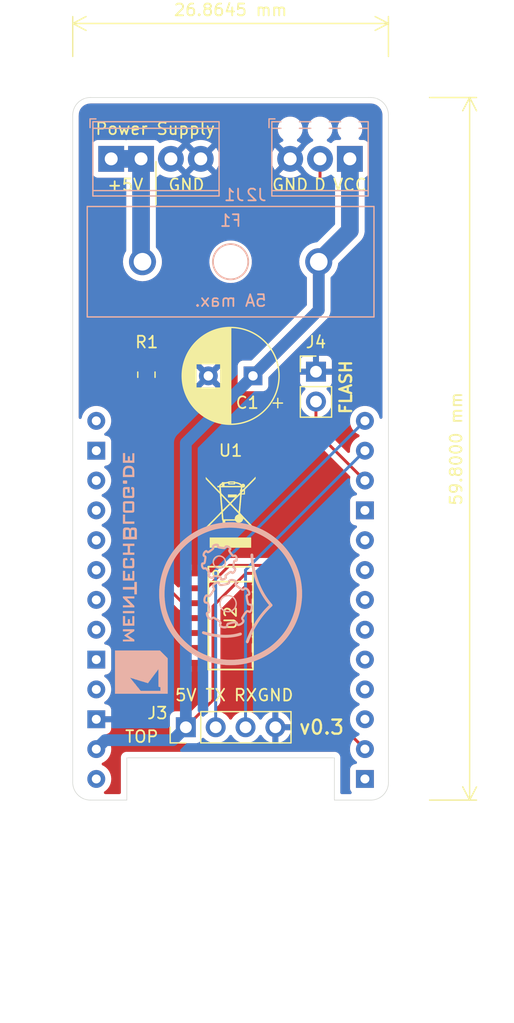
<source format=kicad_pcb>
(kicad_pcb (version 20211014) (generator pcbnew)
  (title_block (title "WS2812-Controller Ethernet") (date "2022-01-30") (rev "0.3") (company "haus-automatisierung.com") (comment 1 "Matthias Kleine"))
  (layers (0 "F.Cu" signal) (31 "B.Cu" signal) (34 "B.Paste" user) (35 "F.Paste" user) (36 "B.SilkS" user "B.Silkscreen") (37 "F.SilkS" user "F.Silkscreen") (38 "B.Mask" user) (39 "F.Mask" user) (44 "Edge.Cuts" user))
  (net 0 "")
  (net 1 "+5V")
  (net 2 "GND")
  (net 3 "GPIO2")
  (net 4 "/TX")
  (net 5 "/RX")
  (net 6 "/SUPPLY")
  (net 7 "IO0")
  (net 8 "DATA")
  (net 9 "Net-(J2-Pad2)")
  (footprint "Capacitor_THT:CP_Radial_D8.0mm_P3.80mm" (layer "F.Cu") (at 148.465001 75.692 180)
    (fp_text reference "C1" (at 0.484601 -2.286) (layer "F.SilkS"))
    (fp_text value "CP")
    (pad "1" thru_hole rect locked (at 0 0 180) (size 1.6 1.6) (drill 0.8) (layers *.Cu *.Mask) (net 1 "+5V"))
    (pad "2" thru_hole circle locked (at 3.8 0 180) (size 1.6 1.6) (drill 0.8) (layers *.Cu *.Mask) (net 2 "GND"))
  )
  (footprint "haus-automatisierung:WT32_ETH01" (layer "F.Cu") (at 147.266121 75.730321)
    (fp_text reference "U1" (at -0.70612 6.31952) (layer "F.SilkS"))
    (fp_text value "WT32_ETH01")
    (pad "1" thru_hole circle locked (at -12.13612 3.78968) (size 1.524 1.524) (drill 0.762) (layers *.Cu *.Mask))
    (pad "2" thru_hole rect locked (at -12.13612 6.32968) (size 1.524 1.524) (drill 0.762) (layers *.Cu *.Mask))
    (pad "3" thru_hole circle locked (at -12.13612 8.86968) (size 1.524 1.524) (drill 0.762) (layers *.Cu *.Mask))
    (pad "4" thru_hole circle locked (at -12.13612 11.40968) (size 1.524 1.524) (drill 0.762) (layers *.Cu *.Mask))
    (pad "5" thru_hole circle locked (at -12.13612 13.94968) (size 1.524 1.524) (drill 0.762) (layers *.Cu *.Mask))
    (pad "6" thru_hole circle locked (at -12.13612 16.48968) (size 1.524 1.524) (drill 0.762) (layers *.Cu *.Mask))
    (pad "7" thru_hole circle locked (at -12.13612 19.02968) (size 1.524 1.524) (drill 0.762) (layers *.Cu *.Mask))
    (pad "8" thru_hole circle locked (at -12.13612 21.56968) (size 1.524 1.524) (drill 0.762) (layers *.Cu *.Mask))
    (pad "9" thru_hole rect locked (at -12.13612 24.10968) (size 1.524 1.524) (drill 0.762) (layers *.Cu *.Mask))
    (pad "10" thru_hole circle locked (at -12.13612 26.64968) (size 1.524 1.524) (drill 0.762) (layers *.Cu *.Mask))
    (pad "11" thru_hole rect locked (at -12.13612 29.18968) (size 1.524 1.524) (drill 0.762) (layers *.Cu *.Mask) (net 2 "GND"))
    (pad "12" thru_hole circle locked (at -12.13612 31.72968) (size 1.524 1.524) (drill 0.762) (layers *.Cu *.Mask) (net 1 "+5V"))
    (pad "13" thru_hole circle locked (at -12.13612 34.26968) (size 1.524 1.524) (drill 0.762) (layers *.Cu *.Mask))
    (pad "14" thru_hole circle locked (at 10.72388 3.78968) (size 1.524 1.524) (drill 0.762) (layers *.Cu *.Mask) (net 4 "/TX"))
    (pad "15" thru_hole circle locked (at 10.72388 6.32968) (size 1.524 1.524) (drill 0.762) (layers *.Cu *.Mask) (net 5 "/RX"))
    (pad "16" thru_hole circle locked (at 10.72388 8.86968) (size 1.524 1.524) (drill 0.762) (layers *.Cu *.Mask) (net 7 "IO0"))
    (pad "17" thru_hole rect locked (at 10.72388 11.40968) (size 1.524 1.524) (drill 0.762) (layers *.Cu *.Mask))
    (pad "18" thru_hole circle locked (at 10.72388 13.94968) (size 1.524 1.524) (drill 0.762) (layers *.Cu *.Mask))
    (pad "19" thru_hole circle locked (at 10.72388 16.48968) (size 1.524 1.524) (drill 0.762) (layers *.Cu *.Mask))
    (pad "20" thru_hole circle locked (at 10.72388 19.02968) (size 1.524 1.524) (drill 0.762) (layers *.Cu *.Mask))
    (pad "21" thru_hole circle locked (at 10.72388 21.56968) (size 1.524 1.524) (drill 0.762) (layers *.Cu *.Mask))
    (pad "22" thru_hole circle locked (at 10.72388 24.10968) (size 1.524 1.524) (drill 0.762) (layers *.Cu *.Mask))
    (pad "23" thru_hole circle locked (at 10.72388 26.64968) (size 1.524 1.524) (drill 0.762) (layers *.Cu *.Mask))
    (pad "24" thru_hole circle locked (at 10.72388 29.18968) (size 1.524 1.524) (drill 0.762) (layers *.Cu *.Mask))
    (pad "25" thru_hole circle locked (at 10.72388 31.72968) (size 1.524 1.524) (drill 0.762) (layers *.Cu *.Mask) (net 3 "GPIO2"))
    (pad "26" thru_hole rect locked (at 10.72388 34.26968) (size 1.524 1.524) (drill 0.762) (layers *.Cu *.Mask))
  )
  (footprint "Connector_PinHeader_2.54mm:PinHeader_1x04_P2.54mm_Vertical" (layer "F.Cu") (at 142.750001 105.6 90)
    (fp_text reference "J3" (at 1.206 -2.415001) (layer "F.SilkS"))
    (fp_text value "Conn_01x04_Male")
    (pad "1" thru_hole rect locked (at 0 0 90) (size 1.7 1.7) (drill 1) (layers *.Cu *.Mask) (net 1 "+5V"))
    (pad "2" thru_hole oval locked (at 0 2.54 90) (size 1.7 1.7) (drill 1) (layers *.Cu *.Mask) (net 4 "/TX"))
    (pad "3" thru_hole oval locked (at 0 5.08 90) (size 1.7 1.7) (drill 1) (layers *.Cu *.Mask) (net 5 "/RX"))
    (pad "4" thru_hole oval locked (at 0 7.62 90) (size 1.7 1.7) (drill 1) (layers *.Cu *.Mask) (net 2 "GND"))
  )
  (footprint "Resistor_SMD:R_0805_2012Metric_Pad1.20x1.40mm_HandSolder" (layer "F.Cu") (at 139.3952 75.5904 -90)
    (fp_text reference "R1" (at -2.7686 -0.0254) (layer "F.SilkS"))
    (fp_text value "R")
    (pad "1" smd roundrect locked (at -1 0 270) (size 1.2 1.4) (layers "F.Cu" "F.Paste" "F.Mask") (roundrect_rratio 0.2083325) (net 9 "Net-(J2-Pad2)"))
    (pad "2" smd roundrect locked (at 1 0 270) (size 1.2 1.4) (layers "F.Cu" "F.Paste" "F.Mask") (roundrect_rratio 0.2083325) (net 8 "DATA"))
  )
  (footprint "Symbol:WEEE-Logo_4.2x6mm_SilkScreen" (layer "F.Cu") (at 146.560001 87.2998)
    (fp_text reference "REF**" hide)
    (fp_text value "WEEE-Logo_4.2x6mm_SilkScreen" hide)
  )
  (footprint "Connector_PinHeader_2.54mm:PinHeader_1x02_P2.54mm_Vertical" (layer "F.Cu") (at 153.8224 75.3364)
    (fp_text reference "J4" (at 0 -2.5146) (layer "F.SilkS"))
    (fp_text value "Conn_01x02_Male")
    (pad "1" thru_hole rect locked (at 0 0) (size 1.7 1.7) (drill 1) (layers *.Cu *.Mask) (net 2 "GND"))
    (pad "2" thru_hole oval locked (at 0 2.54) (size 1.7 1.7) (drill 1) (layers *.Cu *.Mask) (net 7 "IO0"))
  )
  (footprint "haus-automatisierung:SN74AHCT125D" (layer "F.Cu") (at 146.560001 90.5002)
    (fp_text reference "U2" (at 0 5.81 90) (layer "F.SilkS"))
    (fp_text value "SN74AHCT125")
    (pad "1" smd rect locked (at -3.05 2) (size 1.5 0.5) (layers "F.Cu" "F.Paste" "F.Mask") (net 2 "GND"))
    (pad "2" smd rect locked (at -3.05 3.27) (size 1.5 0.5) (layers "F.Cu" "F.Paste" "F.Mask") (net 3 "GPIO2"))
    (pad "3" smd rect locked (at -3.05 4.54) (size 1.5 0.5) (layers "F.Cu" "F.Paste" "F.Mask") (net 8 "DATA"))
    (pad "4" smd rect locked (at -3.05 5.81) (size 1.5 0.5) (layers "F.Cu" "F.Paste" "F.Mask") (net 2 "GND"))
    (pad "5" smd rect locked (at -3.05 7.08) (size 1.5 0.5) (layers "F.Cu" "F.Paste" "F.Mask"))
    (pad "6" smd rect locked (at -3.05 8.35) (size 1.5 0.5) (layers "F.Cu" "F.Paste" "F.Mask"))
    (pad "7" smd rect locked (at -3.05 9.62) (size 1.5 0.5) (layers "F.Cu" "F.Paste" "F.Mask") (net 2 "GND"))
    (pad "8" smd rect locked (at 3.05 9.62) (size 1.5 0.5) (layers "F.Cu" "F.Paste" "F.Mask"))
    (pad "9" smd rect locked (at 3.05 8.35) (size 1.5 0.5) (layers "F.Cu" "F.Paste" "F.Mask"))
    (pad "10" smd rect locked (at 3.05 7.08) (size 1.5 0.5) (layers "F.Cu" "F.Paste" "F.Mask") (net 2 "GND"))
    (pad "11" smd rect locked (at 3.05 5.81) (size 1.5 0.5) (layers "F.Cu" "F.Paste" "F.Mask"))
    (pad "12" smd rect locked (at 3.05 4.54) (size 1.5 0.5) (layers "F.Cu" "F.Paste" "F.Mask"))
    (pad "13" smd rect locked (at 3.05 3.27) (size 1.5 0.5) (layers "F.Cu" "F.Paste" "F.Mask") (net 2 "GND"))
    (pad "14" smd rect locked (at 3.05 2) (size 1.5 0.5) (layers "F.Cu" "F.Paste" "F.Mask") (net 1 "+5V"))
  )
  (footprint "TerminalBlock_Phoenix:TerminalBlock_Phoenix_MPT-0,5-4-2.54_1x04_P2.54mm_Horizontal" (layer "B.Cu") (at 136.3995 57.221)
    (fp_text reference "J1" (at 10.4633 3.0786) (layer "B.SilkS") (effects (justify mirror)))
    (fp_text value "Conn_01x04_Male")
    (pad "1" thru_hole rect locked (at 0 0) (size 2.2 2.2) (drill 1.1) (layers *.Cu *.Mask) (net 6 "/SUPPLY"))
    (pad "2" thru_hole rect locked (at 2.54 0) (size 2.2 2.2) (drill 1.1) (layers *.Cu *.Mask) (net 6 "/SUPPLY"))
    (pad "3" thru_hole circle locked (at 5.08 0) (size 2.2 2.2) (drill 1.1) (layers *.Cu *.Mask) (net 2 "GND"))
    (pad "4" thru_hole circle locked (at 7.62 0) (size 2.2 2.2) (drill 1.1) (layers *.Cu *.Mask) (net 2 "GND"))
  )
  (footprint "TerminalBlock_Phoenix:TerminalBlock_Phoenix_MPT-0,5-3-2.54_1x03_P2.54mm_Horizontal" (layer "B.Cu") (at 151.6285 57.221)
    (fp_text reference "J2" (at -2.8861 3.0786) (layer "B.SilkS") (effects (justify mirror)))
    (fp_text value "Conn_01x03_Male")
    (pad "" np_thru_hole circle locked (at 5.08 -2.54) (size 1.1 1.1) (drill 1.1) (layers *.Cu *.Mask))
    (pad "" np_thru_hole circle locked (at 2.54 -2.54) (size 1.1 1.1) (drill 1.1) (layers *.Cu *.Mask))
    (pad "" np_thru_hole circle locked (at 0 -2.54) (size 1.1 1.1) (drill 1.1) (layers *.Cu *.Mask))
    (pad "1" thru_hole circle locked (at 0 0) (size 2.2 2.2) (drill 1.1) (layers *.Cu *.Mask) (net 2 "GND"))
    (pad "2" thru_hole circle locked (at 2.54 0) (size 2.2 2.2) (drill 1.1) (layers *.Cu *.Mask) (net 9 "Net-(J2-Pad2)"))
    (pad "3" thru_hole rect locked (at 5.08 0) (size 2.2 2.2) (drill 1.1) (layers *.Cu *.Mask) (net 1 "+5V"))
  )
  (footprint "halibs:Fuse-PTF75_Stelvio" (layer "B.Cu") (at 146.560001 61.2775 180)
    (fp_text reference "F1" (at 0.002001 -1.2065) (layer "B.SilkS") (effects (justify mirror)))
    (fp_text value "Fuse")
    (pad "" np_thru_hole circle locked (at 0 -4.7 180) (size 2.6 2.6) (drill 2.6) (layers *.Cu *.Mask))
    (pad "1" thru_hole circle locked (at -7.5 -4.7 180) (size 2.3 2.3) (drill 1.5) (layers *.Cu *.Mask) (net 1 "+5V"))
    (pad "2" thru_hole circle locked (at 7.5 -4.7 180) (size 2.3 2.3) (drill 1.5) (layers *.Cu *.Mask) (net 6 "/SUPPLY"))
  )
  (footprint "halibs:Logo" (layer "B.Cu") (at 146.560001 94.234 90)
    (fp_text reference "G***" hide)
    (fp_text value "LOGO" hide)
  )
  (footprint "halibs:meintechblog" (layer "B.Cu") (at 139.065 92.5068 90)
    (fp_text reference "G***" hide)
    (fp_text value "LOGO" hide)
  )
  (gr_line (start 140.208 57.4548) (end 140.208 61.1124) (layer "F.SilkS") (width 0.12))
  (gr_line (start 133.125541 53.50446) (end 133.125541 110.29554) (layer "Edge.Cuts") (width 0.05))
  (gr_arc (start 134.630001 111.8) (mid 133.566187 111.359354) (end 133.125541 110.29554) (layer "Edge.Cuts") (width 0.05))
  (gr_arc (start 133.125541 53.50446) (mid 133.566187 52.440646) (end 134.630001 52) (layer "Edge.Cuts") (width 0.05))
  (gr_arc (start 158.485541 52) (mid 159.549355 52.440646) (end 159.990001 53.50446) (layer "Edge.Cuts") (width 0.05))
  (gr_line (start 159.990001 110.3) (end 159.990001 53.50446) (layer "Edge.Cuts") (width 0.05))
  (gr_line (start 158.485541 52) (end 134.630001 52) (layer "Edge.Cuts") (width 0.05))
  (gr_line (start 137.730001 108.2) (end 155.390001 108.2) (layer "Edge.Cuts") (width 0.05))
  (gr_line (start 134.630001 111.8) (end 137.730001 111.8) (layer "Edge.Cuts") (width 0.05))
  (gr_line (start 155.390001 108.2) (end 155.390001 111.8) (layer "Edge.Cuts") (width 0.05))
  (gr_line (start 155.390001 111.8) (end 158.490001 111.8) (layer "Edge.Cuts") (width 0.05))
  (gr_arc (start 159.990001 110.3) (mid 159.550661 111.36066) (end 158.490001 111.8) (layer "Edge.Cuts") (width 0.05))
  (gr_line (start 137.730001 111.8) (end 137.730001 108.2) (layer "Edge.Cuts") (width 0.05))
  (gr_text "5A max." (at 146.558 69.2912) (layer "B.SilkS") (effects (font (size 1 1)) (justify mirror)))
  (gr_text "GND" (at 151.6285 59.436) (layer "F.SilkS") (effects (font (size 1 1))))
  (gr_text "Power Supply" (at 140.1445 54.6608) (layer "F.SilkS") (effects (font (size 1 1))))
  (gr_text "D" (at 154.1685 59.436) (layer "F.SilkS") (effects (font (size 1 1))))
  (gr_text "VCC" (at 156.7085 59.436) (layer "F.SilkS") (effects (font (size 1 1))))
  (gr_text "v0.3" (at 154.305 105.6) (layer "F.SilkS") (effects (font (size 1.2 1.2) (thickness 0.2))))
  (gr_text "TX" (at 145.290001 102.87) (layer "F.SilkS") (effects (font (size 1 1))))
  (gr_text "RX" (at 147.830001 102.87) (layer "F.SilkS") (effects (font (size 1 1))))
  (gr_text "GND" (at 142.7995 59.436) (layer "F.SilkS") (effects (font (size 1 1))))
  (gr_text "+5V" (at 137.5995 59.436) (layer "F.SilkS") (effects (font (size 1 1))))
  (gr_text "FLASH" (at 156.3624 76.6572 90) (layer "F.SilkS") (effects (font (size 1 1) (thickness 0.2))))
  (gr_text "GND" (at 150.370001 102.87) (layer "F.SilkS") (effects (font (size 1 1))))
  (gr_text "TOP" (at 139 106.4) (layer "F.SilkS") (effects (font (size 1 1))))
  (gr_text "5V" (at 142.750001 102.87) (layer "F.SilkS") (effects (font (size 1 1))))
  (dimension (type aligned) (layer "F.SilkS") (pts (xy 159.990001 48.50446) (xy 133.125541 48.50446)) (height 2.80606) (gr_text "26.8645 mm" (at 146.557771 44.5484) (layer "F.SilkS") (effects (font (size 1 1) (thickness 0.15)))) (format (units 2) (units_format 1) (precision 4)) (style (thickness 0.12) (arrow_length 1.27) (text_position_mode 0) (extension_height 0.58642) (extension_offset 0) keep_text_aligned))
  (dimension (type aligned) (layer "F.SilkS") (pts (xy 163.490001 111.8) (xy 163.490001 52)) (height 3.409599) (gr_text "59.8000 mm" (at 165.7496 81.9 90) (layer "F.SilkS") (effects (font (size 1 1) (thickness 0.15)))) (format (units 2) (units_format 1) (precision 4)) (style (thickness 0.12) (arrow_length 1.27) (text_position_mode 0) (extension_height 0.58642) (extension_offset 0) keep_text_aligned))
  (segment (start 145.060002 103.289999) (end 145.060002 95.300199) (width 0.25) (layer "F.Cu") (net 1))
  (segment (start 154.060001 70.097) (end 148.465001 75.692) (width 1) (layer "F.Cu") (net 1))
  (segment (start 145.060002 95.300199) (end 147.860001 92.5002) (width 0.25) (layer "F.Cu") (net 1))
  (segment (start 154.060001 65.9775) (end 156.7085 63.329001) (width 1.5) (layer "F.Cu") (net 1))
  (segment (start 142.750001 105.6) (end 145.060002 103.289999) (width 0.25) (layer "F.Cu") (net 1))
  (segment (start 154.060001 65.9775) (end 154.060001 70.097) (width 1) (layer "F.Cu") (net 1))
  (segment (start 147.860001 92.5002) (end 149.610001 92.5002) (width 0.25) (layer "F.Cu") (net 1))
  (segment (start 156.7085 63.329001) (end 156.7085 57.221) (width 1.5) (layer "F.Cu") (net 1))
  (segment (start 154.060001 70.097) (end 148.465001 75.692) (width 1) (layer "B.Cu") (net 1))
  (segment (start 142.750001 81.407) (end 148.465001 75.692) (width 1) (layer "B.Cu") (net 1))
  (segment (start 142.750001 105.6) (end 141.651999 106.698002) (width 1) (layer "B.Cu") (net 1))
  (segment (start 154.060001 65.9775) (end 156.7085 63.329001) (width 1.5) (layer "B.Cu") (net 1))
  (segment (start 142.750001 105.6) (end 142.750001 81.407) (width 1) (layer "B.Cu") (net 1))
  (segment (start 135.892 106.698002) (end 135.130001 107.460001) (width 1) (layer "B.Cu") (net 1))
  (segment (start 156.7085 63.329001) (end 156.7085 57.221) (width 1.5) (layer "B.Cu") (net 1))
  (segment (start 141.651999 106.698002) (end 135.892 106.698002) (width 1) (layer "B.Cu") (net 1))
  (segment (start 154.060001 65.9775) (end 154.060001 70.097) (width 1) (layer "B.Cu") (net 1))
  (segment (start 151.845399 91.825199) (end 146.455002 91.825199) (width 0.25) (layer "F.Cu") (net 3))
  (segment (start 146.455002 91.825199) (end 144.510001 93.7702) (width 0.25) (layer "F.Cu") (net 3))
  (segment (start 157.990001 107.460001) (end 152.908 102.378) (width 0.25) (layer "F.Cu") (net 3))
  (segment (start 144.510001 93.7702) (end 143.510001 93.7702) (width 0.25) (layer "F.Cu") (net 3))
  (segment (start 152.908 92.8878) (end 151.845399 91.825199) (width 0.25) (layer "F.Cu") (net 3))
  (segment (start 152.908 102.378) (end 152.908 92.8878) (width 0.25) (layer "F.Cu") (net 3))
  (segment (start 145.290001 105.6) (end 145.290001 92.220001) (width 0.25) (layer "B.Cu") (net 4))
  (segment (start 145.290001 92.220001) (end 157.990001 79.520001) (width 0.25) (layer "B.Cu") (net 4))
  (segment (start 147.830001 105.6) (end 147.830001 92.220001) (width 0.25) (layer "B.Cu") (net 5))
  (segment (start 147.830001 92.220001) (end 157.990001 82.060001) (width 0.25) (layer "B.Cu") (net 5))
  (segment (start 136.3995 57.221) (end 138.9395 57.221) (width 1.5) (layer "F.Cu") (net 6))
  (segment (start 138.9395 65.856999) (end 139.060001 65.9775) (width 1) (layer "F.Cu") (net 6))
  (segment (start 138.9395 57.221) (end 138.9395 65.856999) (width 1.5) (layer "F.Cu") (net 6))
  (segment (start 138.9395 65.856999) (end 139.060001 65.9775) (width 1) (layer "B.Cu") (net 6))
  (segment (start 138.9395 57.221) (end 136.3995 57.221) (width 1.5) (layer "B.Cu") (net 6))
  (segment (start 138.9395 57.221) (end 138.9395 65.856999) (width 1.5) (layer "B.Cu") (net 6))
  (segment (start 153.8224 80.4324) (end 153.8224 77.8764) (width 0.25) (layer "F.Cu") (net 7))
  (segment (start 157.990001 84.600001) (end 153.8224 80.4324) (width 0.25) (layer "F.Cu") (net 7))
  (segment (start 143.510001 95.0402) (end 142.510001 95.0402) (width 0.25) (layer "F.Cu") (net 8))
  (segment (start 139.3952 91.925399) (end 139.3952 76.5904) (width 0.25) (layer "F.Cu") (net 8))
  (segment (start 142.510001 95.0402) (end 139.3952 91.925399) (width 0.25) (layer "F.Cu") (net 8))
  (segment (start 142.0208 74.5904) (end 139.3952 74.5904) (width 0.25) (layer "F.Cu") (net 9))
  (segment (start 154.1685 62.4427) (end 142.0208 74.5904) (width 0.25) (layer "F.Cu") (net 9))
  (segment (start 154.1685 57.221) (end 154.1685 62.4427) (width 0.25) (layer "F.Cu") (net 9))
  (zone (net 2) (net_name "GND") (layer "F.Cu") (connect_pads (clearance 0.508)) (min_thickness 0.254) (fill yes (thermal_gap 0.508) (thermal_bridge_width 0.508))
    (polygon (pts (xy 166.3065 119.657907) (xy 126.9365 119.657907) (xy 126.9365 45.362907) (xy 166.3065 45.362907)))
  )
  (zone (net 2) (net_name "GND") (layer "B.Cu") (connect_pads (clearance 0.508)) (min_thickness 0.254) (fill yes (thermal_gap 0.508) (thermal_bridge_width 0.508))
    (polygon (pts (xy 166.3065 119.634) (xy 126.9365 119.634) (xy 126.9365 45.339) (xy 166.3065 45.339)))
  )
)
</source>
